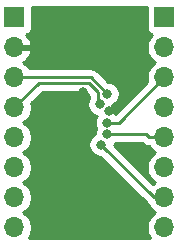
<source format=gbr>
%TF.GenerationSoftware,KiCad,Pcbnew,(5.1.10)-1*%
%TF.CreationDate,2021-11-29T14:55:10-06:00*%
%TF.ProjectId,DAC7678_16TSSOP,44414337-3637-4385-9f31-365453534f50,rev?*%
%TF.SameCoordinates,Original*%
%TF.FileFunction,Copper,L2,Bot*%
%TF.FilePolarity,Positive*%
%FSLAX46Y46*%
G04 Gerber Fmt 4.6, Leading zero omitted, Abs format (unit mm)*
G04 Created by KiCad (PCBNEW (5.1.10)-1) date 2021-11-29 14:55:10*
%MOMM*%
%LPD*%
G01*
G04 APERTURE LIST*
%TA.AperFunction,ComponentPad*%
%ADD10O,1.700000X1.700000*%
%TD*%
%TA.AperFunction,ComponentPad*%
%ADD11R,1.700000X1.700000*%
%TD*%
%TA.AperFunction,ViaPad*%
%ADD12C,0.800000*%
%TD*%
%TA.AperFunction,Conductor*%
%ADD13C,0.250000*%
%TD*%
%TA.AperFunction,Conductor*%
%ADD14C,0.254000*%
%TD*%
%TA.AperFunction,Conductor*%
%ADD15C,0.100000*%
%TD*%
G04 APERTURE END LIST*
D10*
%TO.P,J2,8*%
%TO.N,VOUTH*%
X140970000Y-97790000D03*
%TO.P,J2,7*%
%TO.N,VOUTG*%
X140970000Y-95250000D03*
%TO.P,J2,6*%
%TO.N,VOUTF*%
X140970000Y-92710000D03*
%TO.P,J2,5*%
%TO.N,VOUTE*%
X140970000Y-90170000D03*
%TO.P,J2,4*%
%TO.N,VOUTD*%
X140970000Y-87630000D03*
%TO.P,J2,3*%
%TO.N,VOUTC*%
X140970000Y-85090000D03*
%TO.P,J2,2*%
%TO.N,VOUTB*%
X140970000Y-82550000D03*
D11*
%TO.P,J2,1*%
%TO.N,VOUTA*%
X140970000Y-80010000D03*
%TD*%
D10*
%TO.P,J1,8*%
%TO.N,~CLR*%
X128270000Y-97790000D03*
%TO.P,J1,7*%
%TO.N,VREF*%
X128270000Y-95250000D03*
%TO.P,J1,6*%
%TO.N,ADDR0*%
X128270000Y-92710000D03*
%TO.P,J1,5*%
%TO.N,~LDAC*%
X128270000Y-90170000D03*
%TO.P,J1,4*%
%TO.N,I2C_SDA*%
X128270000Y-87630000D03*
%TO.P,J1,3*%
%TO.N,I2C_SCL*%
X128270000Y-85090000D03*
%TO.P,J1,2*%
%TO.N,GND*%
X128270000Y-82550000D03*
D11*
%TO.P,J1,1*%
%TO.N,+5V*%
X128270000Y-80010000D03*
%TD*%
D12*
%TO.N,GND*%
X136302537Y-87925001D03*
X134620000Y-88392000D03*
X137922000Y-85344000D03*
X130048000Y-95758000D03*
X134874000Y-83820000D03*
X138176000Y-79756000D03*
X132842000Y-79756000D03*
X135890000Y-93472000D03*
X138430000Y-97790000D03*
X131572000Y-97790000D03*
X134112000Y-91694000D03*
X134112000Y-86360000D03*
X131826000Y-93726000D03*
X138684000Y-92202000D03*
X131572000Y-83566000D03*
%TO.N,I2C_SDA*%
X135489112Y-87343329D03*
%TO.N,I2C_SCL*%
X136157227Y-86475000D03*
%TO.N,VOUTG*%
X135580947Y-90767474D03*
%TO.N,VOUTE*%
X136104992Y-89915781D03*
%TO.N,VOUTC*%
X136114111Y-88915821D03*
%TD*%
D13*
%TO.N,GND*%
X136302537Y-87925001D02*
X136610999Y-87925001D01*
X137922000Y-86614000D02*
X137922000Y-85344000D01*
X136610999Y-87925001D02*
X137922000Y-86614000D01*
%TO.N,I2C_SDA*%
X135382000Y-87236217D02*
X135489112Y-87343329D01*
X135382000Y-86336183D02*
X135382000Y-87236217D01*
X134585827Y-85540010D02*
X135382000Y-86336183D01*
X130359990Y-85540010D02*
X134585827Y-85540010D01*
X128270000Y-87630000D02*
X130359990Y-85540010D01*
%TO.N,I2C_SCL*%
X134772227Y-85090000D02*
X136157227Y-86475000D01*
X128270000Y-85090000D02*
X134772227Y-85090000D01*
%TO.N,VOUTG*%
X140063473Y-95250000D02*
X140970000Y-95250000D01*
X135580947Y-90767474D02*
X140063473Y-95250000D01*
%TO.N,VOUTE*%
X139700438Y-90170000D02*
X139446219Y-89915781D01*
X140970000Y-90170000D02*
X139700438Y-90170000D01*
X136104992Y-89915781D02*
X139446219Y-89915781D01*
%TO.N,VOUTC*%
X137144179Y-88915821D02*
X140970000Y-85090000D01*
X136114111Y-88915821D02*
X137144179Y-88915821D01*
%TD*%
D14*
%TO.N,GND*%
X134622000Y-86650985D02*
X134622000Y-86778103D01*
X134571907Y-86853073D01*
X134493886Y-87041431D01*
X134454112Y-87241390D01*
X134454112Y-87445268D01*
X134493886Y-87645227D01*
X134571907Y-87833585D01*
X134685175Y-88003103D01*
X134829338Y-88147266D01*
X134998856Y-88260534D01*
X135187214Y-88338555D01*
X135247087Y-88350464D01*
X135196906Y-88425565D01*
X135118885Y-88613923D01*
X135079111Y-88813882D01*
X135079111Y-89017760D01*
X135118885Y-89217719D01*
X135196906Y-89406077D01*
X135198844Y-89408977D01*
X135187787Y-89425525D01*
X135109766Y-89613883D01*
X135069992Y-89813842D01*
X135069992Y-89864100D01*
X134921173Y-89963537D01*
X134777010Y-90107700D01*
X134663742Y-90277218D01*
X134585721Y-90465576D01*
X134545947Y-90665535D01*
X134545947Y-90869413D01*
X134585721Y-91069372D01*
X134663742Y-91257730D01*
X134777010Y-91427248D01*
X134921173Y-91571411D01*
X135090691Y-91684679D01*
X135279049Y-91762700D01*
X135479008Y-91802474D01*
X135541146Y-91802474D01*
X139499674Y-95761003D01*
X139523472Y-95790001D01*
X139552470Y-95813799D01*
X139618693Y-95868147D01*
X139654010Y-95953411D01*
X139816525Y-96196632D01*
X140023368Y-96403475D01*
X140197760Y-96520000D01*
X140023368Y-96636525D01*
X139816525Y-96843368D01*
X139654010Y-97086589D01*
X139542068Y-97356842D01*
X139485000Y-97643740D01*
X139485000Y-97936260D01*
X139542068Y-98223158D01*
X139654010Y-98493411D01*
X139761312Y-98654000D01*
X129478688Y-98654000D01*
X129585990Y-98493411D01*
X129697932Y-98223158D01*
X129755000Y-97936260D01*
X129755000Y-97643740D01*
X129697932Y-97356842D01*
X129585990Y-97086589D01*
X129423475Y-96843368D01*
X129216632Y-96636525D01*
X129042240Y-96520000D01*
X129216632Y-96403475D01*
X129423475Y-96196632D01*
X129585990Y-95953411D01*
X129697932Y-95683158D01*
X129755000Y-95396260D01*
X129755000Y-95103740D01*
X129697932Y-94816842D01*
X129585990Y-94546589D01*
X129423475Y-94303368D01*
X129216632Y-94096525D01*
X129042240Y-93980000D01*
X129216632Y-93863475D01*
X129423475Y-93656632D01*
X129585990Y-93413411D01*
X129697932Y-93143158D01*
X129755000Y-92856260D01*
X129755000Y-92563740D01*
X129697932Y-92276842D01*
X129585990Y-92006589D01*
X129423475Y-91763368D01*
X129216632Y-91556525D01*
X129042240Y-91440000D01*
X129216632Y-91323475D01*
X129423475Y-91116632D01*
X129585990Y-90873411D01*
X129697932Y-90603158D01*
X129755000Y-90316260D01*
X129755000Y-90023740D01*
X129697932Y-89736842D01*
X129585990Y-89466589D01*
X129423475Y-89223368D01*
X129216632Y-89016525D01*
X129042240Y-88900000D01*
X129216632Y-88783475D01*
X129423475Y-88576632D01*
X129585990Y-88333411D01*
X129697932Y-88063158D01*
X129755000Y-87776260D01*
X129755000Y-87483740D01*
X129711209Y-87263592D01*
X130674792Y-86300010D01*
X134271026Y-86300010D01*
X134622000Y-86650985D01*
%TA.AperFunction,Conductor*%
D15*
G36*
X134622000Y-86650985D02*
G01*
X134622000Y-86778103D01*
X134571907Y-86853073D01*
X134493886Y-87041431D01*
X134454112Y-87241390D01*
X134454112Y-87445268D01*
X134493886Y-87645227D01*
X134571907Y-87833585D01*
X134685175Y-88003103D01*
X134829338Y-88147266D01*
X134998856Y-88260534D01*
X135187214Y-88338555D01*
X135247087Y-88350464D01*
X135196906Y-88425565D01*
X135118885Y-88613923D01*
X135079111Y-88813882D01*
X135079111Y-89017760D01*
X135118885Y-89217719D01*
X135196906Y-89406077D01*
X135198844Y-89408977D01*
X135187787Y-89425525D01*
X135109766Y-89613883D01*
X135069992Y-89813842D01*
X135069992Y-89864100D01*
X134921173Y-89963537D01*
X134777010Y-90107700D01*
X134663742Y-90277218D01*
X134585721Y-90465576D01*
X134545947Y-90665535D01*
X134545947Y-90869413D01*
X134585721Y-91069372D01*
X134663742Y-91257730D01*
X134777010Y-91427248D01*
X134921173Y-91571411D01*
X135090691Y-91684679D01*
X135279049Y-91762700D01*
X135479008Y-91802474D01*
X135541146Y-91802474D01*
X139499674Y-95761003D01*
X139523472Y-95790001D01*
X139552470Y-95813799D01*
X139618693Y-95868147D01*
X139654010Y-95953411D01*
X139816525Y-96196632D01*
X140023368Y-96403475D01*
X140197760Y-96520000D01*
X140023368Y-96636525D01*
X139816525Y-96843368D01*
X139654010Y-97086589D01*
X139542068Y-97356842D01*
X139485000Y-97643740D01*
X139485000Y-97936260D01*
X139542068Y-98223158D01*
X139654010Y-98493411D01*
X139761312Y-98654000D01*
X129478688Y-98654000D01*
X129585990Y-98493411D01*
X129697932Y-98223158D01*
X129755000Y-97936260D01*
X129755000Y-97643740D01*
X129697932Y-97356842D01*
X129585990Y-97086589D01*
X129423475Y-96843368D01*
X129216632Y-96636525D01*
X129042240Y-96520000D01*
X129216632Y-96403475D01*
X129423475Y-96196632D01*
X129585990Y-95953411D01*
X129697932Y-95683158D01*
X129755000Y-95396260D01*
X129755000Y-95103740D01*
X129697932Y-94816842D01*
X129585990Y-94546589D01*
X129423475Y-94303368D01*
X129216632Y-94096525D01*
X129042240Y-93980000D01*
X129216632Y-93863475D01*
X129423475Y-93656632D01*
X129585990Y-93413411D01*
X129697932Y-93143158D01*
X129755000Y-92856260D01*
X129755000Y-92563740D01*
X129697932Y-92276842D01*
X129585990Y-92006589D01*
X129423475Y-91763368D01*
X129216632Y-91556525D01*
X129042240Y-91440000D01*
X129216632Y-91323475D01*
X129423475Y-91116632D01*
X129585990Y-90873411D01*
X129697932Y-90603158D01*
X129755000Y-90316260D01*
X129755000Y-90023740D01*
X129697932Y-89736842D01*
X129585990Y-89466589D01*
X129423475Y-89223368D01*
X129216632Y-89016525D01*
X129042240Y-88900000D01*
X129216632Y-88783475D01*
X129423475Y-88576632D01*
X129585990Y-88333411D01*
X129697932Y-88063158D01*
X129755000Y-87776260D01*
X129755000Y-87483740D01*
X129711209Y-87263592D01*
X130674792Y-86300010D01*
X134271026Y-86300010D01*
X134622000Y-86650985D01*
G37*
%TD.AperFunction*%
D14*
X139136634Y-90680997D02*
X139160437Y-90710001D01*
X139276162Y-90804974D01*
X139408191Y-90875546D01*
X139551452Y-90919003D01*
X139663105Y-90930000D01*
X139663115Y-90930000D01*
X139693844Y-90933027D01*
X139816525Y-91116632D01*
X140023368Y-91323475D01*
X140197760Y-91440000D01*
X140023368Y-91556525D01*
X139816525Y-91763368D01*
X139654010Y-92006589D01*
X139542068Y-92276842D01*
X139485000Y-92563740D01*
X139485000Y-92856260D01*
X139542068Y-93143158D01*
X139654010Y-93413411D01*
X139816525Y-93656632D01*
X140023368Y-93863475D01*
X140197760Y-93980000D01*
X140023368Y-94096525D01*
X140004084Y-94115809D01*
X136670787Y-90782513D01*
X136764766Y-90719718D01*
X136808703Y-90675781D01*
X139131418Y-90675781D01*
X139136634Y-90680997D01*
%TA.AperFunction,Conductor*%
D15*
G36*
X139136634Y-90680997D02*
G01*
X139160437Y-90710001D01*
X139276162Y-90804974D01*
X139408191Y-90875546D01*
X139551452Y-90919003D01*
X139663105Y-90930000D01*
X139663115Y-90930000D01*
X139693844Y-90933027D01*
X139816525Y-91116632D01*
X140023368Y-91323475D01*
X140197760Y-91440000D01*
X140023368Y-91556525D01*
X139816525Y-91763368D01*
X139654010Y-92006589D01*
X139542068Y-92276842D01*
X139485000Y-92563740D01*
X139485000Y-92856260D01*
X139542068Y-93143158D01*
X139654010Y-93413411D01*
X139816525Y-93656632D01*
X140023368Y-93863475D01*
X140197760Y-93980000D01*
X140023368Y-94096525D01*
X140004084Y-94115809D01*
X136670787Y-90782513D01*
X136764766Y-90719718D01*
X136808703Y-90675781D01*
X139131418Y-90675781D01*
X139136634Y-90680997D01*
G37*
%TD.AperFunction*%
D14*
X139481928Y-79160000D02*
X139481928Y-80860000D01*
X139494188Y-80984482D01*
X139530498Y-81104180D01*
X139589463Y-81214494D01*
X139668815Y-81311185D01*
X139765506Y-81390537D01*
X139875820Y-81449502D01*
X139948380Y-81471513D01*
X139816525Y-81603368D01*
X139654010Y-81846589D01*
X139542068Y-82116842D01*
X139485000Y-82403740D01*
X139485000Y-82696260D01*
X139542068Y-82983158D01*
X139654010Y-83253411D01*
X139816525Y-83496632D01*
X140023368Y-83703475D01*
X140197760Y-83820000D01*
X140023368Y-83936525D01*
X139816525Y-84143368D01*
X139654010Y-84386589D01*
X139542068Y-84656842D01*
X139485000Y-84943740D01*
X139485000Y-85236260D01*
X139528790Y-85456408D01*
X136829378Y-88155821D01*
X136817822Y-88155821D01*
X136773885Y-88111884D01*
X136604367Y-87998616D01*
X136416009Y-87920595D01*
X136356136Y-87908686D01*
X136406317Y-87833585D01*
X136484338Y-87645227D01*
X136524112Y-87445268D01*
X136524112Y-87443307D01*
X136647483Y-87392205D01*
X136817001Y-87278937D01*
X136961164Y-87134774D01*
X137074432Y-86965256D01*
X137152453Y-86776898D01*
X137192227Y-86576939D01*
X137192227Y-86373061D01*
X137152453Y-86173102D01*
X137074432Y-85984744D01*
X136961164Y-85815226D01*
X136817001Y-85671063D01*
X136647483Y-85557795D01*
X136459125Y-85479774D01*
X136259166Y-85440000D01*
X136197029Y-85440000D01*
X135336031Y-84579003D01*
X135312228Y-84549999D01*
X135196503Y-84455026D01*
X135064474Y-84384454D01*
X134921213Y-84340997D01*
X134809560Y-84330000D01*
X134809549Y-84330000D01*
X134772227Y-84326324D01*
X134734905Y-84330000D01*
X129548178Y-84330000D01*
X129423475Y-84143368D01*
X129216632Y-83936525D01*
X129034466Y-83814805D01*
X129151355Y-83745178D01*
X129367588Y-83550269D01*
X129541641Y-83316920D01*
X129666825Y-83054099D01*
X129711476Y-82906890D01*
X129590155Y-82677000D01*
X128397000Y-82677000D01*
X128397000Y-82697000D01*
X128143000Y-82697000D01*
X128143000Y-82677000D01*
X128123000Y-82677000D01*
X128123000Y-82423000D01*
X128143000Y-82423000D01*
X128143000Y-82403000D01*
X128397000Y-82403000D01*
X128397000Y-82423000D01*
X129590155Y-82423000D01*
X129711476Y-82193110D01*
X129666825Y-82045901D01*
X129541641Y-81783080D01*
X129367588Y-81549731D01*
X129283534Y-81473966D01*
X129364180Y-81449502D01*
X129474494Y-81390537D01*
X129571185Y-81311185D01*
X129650537Y-81214494D01*
X129709502Y-81104180D01*
X129745812Y-80984482D01*
X129758072Y-80860000D01*
X129758072Y-79160000D01*
X129756693Y-79146000D01*
X139483307Y-79146000D01*
X139481928Y-79160000D01*
%TA.AperFunction,Conductor*%
D15*
G36*
X139481928Y-79160000D02*
G01*
X139481928Y-80860000D01*
X139494188Y-80984482D01*
X139530498Y-81104180D01*
X139589463Y-81214494D01*
X139668815Y-81311185D01*
X139765506Y-81390537D01*
X139875820Y-81449502D01*
X139948380Y-81471513D01*
X139816525Y-81603368D01*
X139654010Y-81846589D01*
X139542068Y-82116842D01*
X139485000Y-82403740D01*
X139485000Y-82696260D01*
X139542068Y-82983158D01*
X139654010Y-83253411D01*
X139816525Y-83496632D01*
X140023368Y-83703475D01*
X140197760Y-83820000D01*
X140023368Y-83936525D01*
X139816525Y-84143368D01*
X139654010Y-84386589D01*
X139542068Y-84656842D01*
X139485000Y-84943740D01*
X139485000Y-85236260D01*
X139528790Y-85456408D01*
X136829378Y-88155821D01*
X136817822Y-88155821D01*
X136773885Y-88111884D01*
X136604367Y-87998616D01*
X136416009Y-87920595D01*
X136356136Y-87908686D01*
X136406317Y-87833585D01*
X136484338Y-87645227D01*
X136524112Y-87445268D01*
X136524112Y-87443307D01*
X136647483Y-87392205D01*
X136817001Y-87278937D01*
X136961164Y-87134774D01*
X137074432Y-86965256D01*
X137152453Y-86776898D01*
X137192227Y-86576939D01*
X137192227Y-86373061D01*
X137152453Y-86173102D01*
X137074432Y-85984744D01*
X136961164Y-85815226D01*
X136817001Y-85671063D01*
X136647483Y-85557795D01*
X136459125Y-85479774D01*
X136259166Y-85440000D01*
X136197029Y-85440000D01*
X135336031Y-84579003D01*
X135312228Y-84549999D01*
X135196503Y-84455026D01*
X135064474Y-84384454D01*
X134921213Y-84340997D01*
X134809560Y-84330000D01*
X134809549Y-84330000D01*
X134772227Y-84326324D01*
X134734905Y-84330000D01*
X129548178Y-84330000D01*
X129423475Y-84143368D01*
X129216632Y-83936525D01*
X129034466Y-83814805D01*
X129151355Y-83745178D01*
X129367588Y-83550269D01*
X129541641Y-83316920D01*
X129666825Y-83054099D01*
X129711476Y-82906890D01*
X129590155Y-82677000D01*
X128397000Y-82677000D01*
X128397000Y-82697000D01*
X128143000Y-82697000D01*
X128143000Y-82677000D01*
X128123000Y-82677000D01*
X128123000Y-82423000D01*
X128143000Y-82423000D01*
X128143000Y-82403000D01*
X128397000Y-82403000D01*
X128397000Y-82423000D01*
X129590155Y-82423000D01*
X129711476Y-82193110D01*
X129666825Y-82045901D01*
X129541641Y-81783080D01*
X129367588Y-81549731D01*
X129283534Y-81473966D01*
X129364180Y-81449502D01*
X129474494Y-81390537D01*
X129571185Y-81311185D01*
X129650537Y-81214494D01*
X129709502Y-81104180D01*
X129745812Y-80984482D01*
X129758072Y-80860000D01*
X129758072Y-79160000D01*
X129756693Y-79146000D01*
X139483307Y-79146000D01*
X139481928Y-79160000D01*
G37*
%TD.AperFunction*%
%TD*%
M02*

</source>
